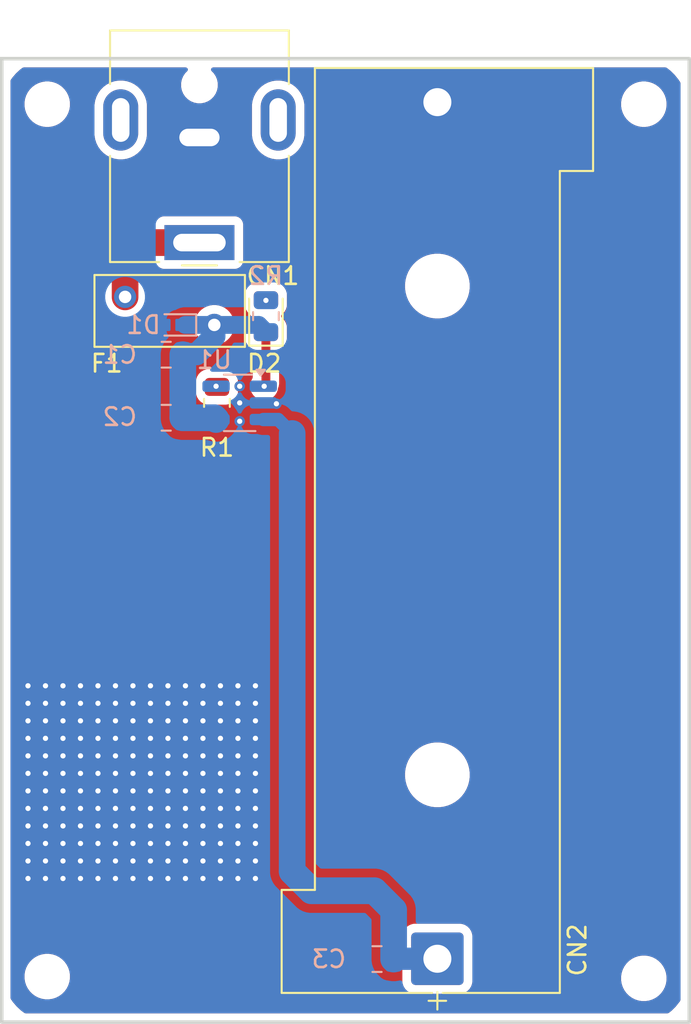
<source format=kicad_pcb>
(kicad_pcb (version 20241229) (generator "pcbnew") (generator_version "9.0")
  (layers (0 "F.Cu" signal) (2 "B.Cu" signal) (13 "F.Paste" user) (15 "B.Paste" user) (5 "F.SilkS" user "F.Silkscreen") (7 "B.SilkS" user "B.Silkscreen") (1 "F.Mask" user) (3 "B.Mask" user) (25 "Edge.Cuts" user))
  (net 0 "")
  (net 1 "+5V")
  (net 2 "GND")
  (net 3 "/BAT+")
  (net 4 "Net-(CN1-Pin_1)")
  (net 5 "Net-(D2-A)")
  (net 6 "Net-(U1-PROG)")
  (net 7 "Net-(D2-K)")
  (footprint "MountingHole:MountingHole_2.1mm" (layer "F.Cu") (at 152.9 70.1)
    (property "Reference" "H4" (hide yes))
    (property "Value" "MountingHole" (hide yes))
    (pad "" np_thru_hole circle (at 0 0) (size 2.1 2.1) (drill 2.1) (layers "*.Cu" "*.Mask"))
  )
  (footprint "LED_SMD:LED_0805_2012Metric" (layer "F.Cu") (at 131.3 82.2 90)
    (property "Reference" "D2" (at -2.7 -0.1 0) (layer "F.SilkS"))
    (property "Value" "CHARGING" (hide yes))
    (fp_line (start 1 -0.96) (end -1.685 -0.96) (stroke (width 0.12)) (layer "F.SilkS"))
    (fp_line (start -1.685 -0.96) (end -1.685 0.96) (stroke (width 0.12)) (layer "F.SilkS"))
    (fp_line (start -1.685 0.96) (end 1 0.96) (stroke (width 0.12)) (layer "F.SilkS"))
    (pad "1" smd roundrect (at -0.9375 0 90) (size 0.975 1.4) (layers "F.Cu" "F.Mask" "F.Paste") (net 7 "Net-(D2-K)"))
    (pad "2" smd roundrect (at 0.9375 0 90) (size 0.975 1.4) (layers "F.Cu" "F.Mask" "F.Paste") (net 5 "Net-(D2-A)"))
  )
  (footprint "Fuse:Fuse_BelFuse_0ZRE0005FF_L8.3mm_W3.8mm" (layer "F.Cu") (at 123.25 81.1)
    (property "Reference" "F1" (at -1.05 3.8 0) (layer "F.SilkS"))
    (property "Value" "Fuse")
    (fp_line (start -1.75 -1.25) (end -1.75 2.85) (stroke (width 0.12)) (layer "F.SilkS"))
    (fp_line (start -1.75 -1.25) (end 6.85 -1.25) (stroke (width 0.12)) (layer "F.SilkS"))
    (fp_line (start -1.75 2.85) (end 6.85 2.85) (stroke (width 0.12)) (layer "F.SilkS"))
    (fp_line (start 6.85 -1.25) (end 6.85 2.85) (stroke (width 0.12)) (layer "F.SilkS"))
    (pad "1" thru_hole circle (at 0 0) (size 1.27 1.27) (drill 0.71) (layers "*.Cu" "*.Mask") (net 4 "Net-(CN1-Pin_1)"))
    (pad "2" thru_hole circle (at 5.1 1.6) (size 1.27 1.27) (drill 0.71) (layers "*.Cu" "*.Mask") (net 1 "+5V"))
  )
  (footprint "Battery:BatteryHolder_Bulgin_BX0034_1xAAA" (layer "F.Cu") (at 141.1 118.8825 90)
    (property "Reference" "CN2" (at 0.5 8 90) (layer "F.SilkS"))
    (property "Value" "Conn_01x02_Pin")
    (fp_line (start 3.93 -8.9) (end -1.95 -8.9) (stroke (width 0.12)) (layer "F.SilkS"))
    (fp_line (start 3.93 -8.9) (end 3.93 -7) (stroke (width 0.12)) (layer "F.SilkS"))
    (fp_line (start 50.85 -7) (end 3.93 -7) (stroke (width 0.12)) (layer "F.SilkS"))
    (fp_line (start 50.85 -7) (end 50.85 8.9) (stroke (width 0.12)) (layer "F.SilkS"))
    (fp_line (start -2.4 -0.5) (end -2.4 0.5) (stroke (width 0.12)) (layer "F.SilkS"))
    (fp_line (start -1.95 -0.3) (end -1.95 -8.9) (stroke (width 0.12)) (layer "F.SilkS"))
    (fp_line (start -1.9 0) (end -2.9 0) (stroke (width 0.12)) (layer "F.SilkS"))
    (fp_line (start -1.95 7) (end -1.95 0.3) (stroke (width 0.12)) (layer "F.SilkS"))
    (fp_line (start -1.95 7) (end 44.97 7) (stroke (width 0.12)) (layer "F.SilkS"))
    (fp_line (start 44.97 8.9) (end 44.97 7) (stroke (width 0.12)) (layer "F.SilkS"))
    (fp_line (start 44.97 8.9) (end 50.85 8.9) (stroke (width 0.12)) (layer "F.SilkS"))
    (pad "" np_thru_hole circle (at 10.5 0 90) (size 3.2 3.2) (drill 3.2) (layers "*.Cu" "*.Mask"))
    (pad "" np_thru_hole circle (at 38.4 0 90) (size 3.2 3.2) (drill 3.2) (layers "*.Cu" "*.Mask"))
    (pad "1" thru_hole roundrect (at 0 0 90) (size 3 3) (drill 1.6) (layers "*.Cu" "*.Mask") (roundrect_rratio 0.08333333333) (net 3 "/BAT+"))
    (pad "2" thru_hole circle (at 48.9 0 90) (size 3 3) (drill 1.6) (layers "*.Cu" "*.Mask") (net 2 "GND"))
  )
  (footprint "Connector_BarrelJack:BarrelJack_CUI_PJ-063AH_Horizontal" (layer "F.Cu") (at 127.5 78 180)
    (property "Reference" "CN1" (at -4.2 -1.9 0) (layer "F.SilkS"))
    (property "Value" "Conn_01x02_Pin")
    (fp_line (start 5.11 12.11) (end -5.11 12.11) (stroke (width 0.12)) (layer "F.SilkS"))
    (fp_line (start 5.11 9.05) (end 5.11 12.11) (stroke (width 0.12)) (layer "F.SilkS"))
    (fp_line (start 5.11 -1.11) (end 5.11 4.95) (stroke (width 0.12)) (layer "F.SilkS"))
    (fp_line (start 2.3 -1.11) (end 5.11 -1.11) (stroke (width 0.12)) (layer "F.SilkS"))
    (fp_line (start -1 -1.3) (end 1 -1.3) (stroke (width 0.12)) (layer "F.SilkS"))
    (fp_line (start -5.11 12.11) (end -5.11 9.05) (stroke (width 0.12)) (layer "F.SilkS"))
    (fp_line (start -5.11 4.95) (end -5.11 -1.11) (stroke (width 0.12)) (layer "F.SilkS"))
    (fp_line (start -5.11 -1.11) (end -2.3 -1.11) (stroke (width 0.12)) (layer "F.SilkS"))
    (pad "" np_thru_hole circle (at 0 9 180) (size 1.6 1.6) (drill 1.6) (layers "*.Cu" "*.Mask"))
    (pad "1" thru_hole rect (at 0 0 180) (size 4 2) (drill oval 3 1) (layers "*.Cu" "*.Mask") (net 4 "Net-(CN1-Pin_1)"))
    (pad "2" thru_hole oval (at 0 6 180) (size 3.3 2) (drill oval 2.3 1) (layers "*.Cu" "*.Mask") (net 2 "GND"))
    (pad "MP" thru_hole oval (at -4.5 7 180) (size 2 3.5) (drill oval 1 2.5) (layers "*.Cu" "*.Mask"))
    (pad "MP" thru_hole oval (at 4.5 7 180) (size 2 3.5) (drill oval 1 2.5) (layers "*.Cu" "*.Mask"))
  )
  (footprint "MountingHole:MountingHole_2.1mm" (layer "F.Cu") (at 118.8 70.1)
    (property "Reference" "H2" (hide yes))
    (property "Value" "MountingHole" (hide yes))
    (pad "" np_thru_hole circle (at 0 0) (size 2.1 2.1) (drill 2.1) (layers "*.Cu" "*.Mask"))
  )
  (footprint "MountingHole:MountingHole_2.1mm" (layer "F.Cu") (at 152.9 120)
    (property "Reference" "H3" (hide yes))
    (property "Value" "MountingHole" (hide yes))
    (pad "" np_thru_hole circle (at 0 0) (size 2.1 2.1) (drill 2.1) (layers "*.Cu" "*.Mask"))
  )
  (footprint "Resistor_SMD:R_0805_2012Metric" (layer "F.Cu") (at 128.5 87.15 -90)
    (property "Reference" "R1" (at 2.55 0 180) (layer "F.SilkS"))
    (property "Value" "2K")
    (fp_line (start -0.227064 0.735) (end 0.227064 0.735) (stroke (width 0.12)) (layer "F.SilkS"))
    (fp_line (start -0.227064 -0.735) (end 0.227064 -0.735) (stroke (width 0.12)) (layer "F.SilkS"))
    (pad "1" smd roundrect (at -0.9125 0 270) (size 1.025 1.4) (layers "F.Cu" "F.Mask" "F.Paste") (roundrect_rratio 0.243902) (net 6 "Net-(U1-PROG)"))
    (pad "2" smd roundrect (at 0.9125 0 270) (size 1.025 1.4) (layers "F.Cu" "F.Mask" "F.Paste") (roundrect_rratio 0.243902) (net 2 "GND"))
  )
  (footprint "MountingHole:MountingHole_2.1mm" (layer "F.Cu") (at 118.8 119.9)
    (property "Reference" "H1" (hide yes))
    (property "Value" "MountingHole" (hide yes))
    (pad "" np_thru_hole circle (at 0 0) (size 2.1 2.1) (drill 2.1) (layers "*.Cu" "*.Mask"))
  )
  (footprint "Capacitor_SMD:C_0805_2012Metric" (layer "B.Cu") (at 137.65 118.9)
    (property "Reference" "C3" (at -2.75 0 0) (layer "B.SilkS") (effects (justify mirror)))
    (property "Value" "4.7uF/16V")
    (fp_line (start -0.261252 -0.735) (end 0.261252 -0.735) (stroke (width 0.12)) (layer "B.SilkS"))
    (fp_line (start -0.261252 0.735) (end 0.261252 0.735) (stroke (width 0.12)) (layer "B.SilkS"))
    (pad "1" smd roundrect (at -0.95 0) (size 1 1.45) (layers "B.Cu" "B.Mask" "B.Paste") (net 2 "GND"))
    (pad "2" smd roundrect (at 0.95 0) (size 1 1.45) (layers "B.Cu" "B.Mask" "B.Paste") (net 3 "/BAT+"))
  )
  (footprint "Capacitor_SMD:C_0805_2012Metric" (layer "B.Cu") (at 125.6 84.4)
    (property "Reference" "C1" (at -2.65 0 0) (layer "B.SilkS") (effects (justify mirror)))
    (property "Value" "10uF/16V")
    (fp_line (start -0.261252 -0.735) (end 0.261252 -0.735) (stroke (width 0.12)) (layer "B.SilkS"))
    (fp_line (start -0.261252 0.735) (end 0.261252 0.735) (stroke (width 0.12)) (layer "B.SilkS"))
    (pad "1" smd roundrect (at -0.95 0) (size 1 1.45) (layers "B.Cu" "B.Mask" "B.Paste") (net 2 "GND"))
    (pad "2" smd roundrect (at 0.95 0) (size 1 1.45) (layers "B.Cu" "B.Mask" "B.Paste") (net 1 "+5V"))
  )
  (footprint "Package_TO_SOT_SMD:SOT-23-5_HandSoldering" (layer "B.Cu") (at 129.8 87.15 180)
    (property "Reference" "U1" (at 1.45 2.45 180) (layer "B.SilkS") (effects (justify mirror)))
    (property "Value" "MCP73831T-2ACI_OT" (hide yes))
    (fp_line (start 0.1 1.61) (end 0.9 1.61) (stroke (width 0.12)) (layer "B.SilkS"))
    (fp_line (start 0.1 1.61) (end -0.7 1.61) (stroke (width 0.12)) (layer "B.SilkS"))
    (fp_line (start -0.9 -1.61) (end 0.9 -1.61) (stroke (width 0.12)) (layer "B.SilkS"))
    (fp_poly (pts (xy -1.2 1.56) (xy -1.44 1.89) (xy -0.96 1.89) (xy -1.2 1.56)) (stroke (width 0.12)) (fill yes) (layer "B.SilkS"))
    (pad "1" smd roundrect (at -1.35 0.95 180) (size 1.56 0.65) (layers "B.Cu" "B.Mask" "B.Paste") (net 7 "Net-(D2-K)"))
    (pad "2" smd roundrect (at -1.35 0 180) (size 1.56 0.65) (layers "B.Cu" "B.Mask" "B.Paste") (net 2 "GND"))
    (pad "3" smd roundrect (at -1.35 -0.95 180) (size 1.56 0.65) (layers "B.Cu" "B.Mask" "B.Paste") (net 3 "/BAT+"))
    (pad "4" smd roundrect (at 1.35 -0.95 180) (size 1.56 0.65) (layers "B.Cu" "B.Mask" "B.Paste") (net 1 "+5V"))
    (pad "5" smd roundrect (at 1.35 0.95 180) (size 1.56 0.65) (layers "B.Cu" "B.Mask" "B.Paste") (net 6 "Net-(U1-PROG)"))
  )
  (footprint "Resistor_SMD:R_0805_2012Metric" (layer "B.Cu") (at 131.3 82.2 90)
    (property "Reference" "R2" (at 2.3 0 0) (layer "B.SilkS") (effects (justify mirror)))
    (property "Value" "470")
    (fp_line (start -0.227064 -0.735) (end 0.227064 -0.735) (stroke (width 0.12)) (layer "B.SilkS"))
    (fp_line (start -0.227064 0.735) (end 0.227064 0.735) (stroke (width 0.12)) (layer "B.SilkS"))
    (pad "1" smd roundrect (at -0.9125 0 90) (size 1.025 1.4) (layers "B.Cu" "B.Mask" "B.Paste") (roundrect_rratio 0.243902) (net 1 "+5V"))
    (pad "2" smd roundrect (at 0.9125 0 90) (size 1.025 1.4) (layers "B.Cu" "B.Mask" "B.Paste") (roundrect_rratio 0.243902) (net 5 "Net-(D2-A)"))
  )
  (footprint "Capacitor_SMD:C_0805_2012Metric" (layer "B.Cu") (at 125.6 88)
    (property "Reference" "C2" (at -2.65 -0.05 0) (layer "B.SilkS") (effects (justify mirror)))
    (property "Value" "4.7uF/16V")
    (fp_line (start -0.261252 -0.735) (end 0.261252 -0.735) (stroke (width 0.12)) (layer "B.SilkS"))
    (fp_line (start -0.261252 0.735) (end 0.261252 0.735) (stroke (width 0.12)) (layer "B.SilkS"))
    (pad "1" smd roundrect (at -0.95 0) (size 1 1.45) (layers "B.Cu" "B.Mask" "B.Paste") (net 2 "GND"))
    (pad "2" smd roundrect (at 0.95 0) (size 1 1.45) (layers "B.Cu" "B.Mask" "B.Paste") (net 1 "+5V"))
  )
  (footprint "Diode_SMD:Nexperia_DSN1608-2_1.6x0.8mm" (layer "B.Cu") (at 126.3 82.7 180)
    (property "Reference" "D1" (at 2 0 0) (layer "B.SilkS") (effects (justify mirror)))
    (property "Value" "PTVS5V0Z1USK" (hide yes))
    (fp_line (start 0.8 0.61) (end -1.015 0.61) (stroke (width 0.12)) (layer "B.SilkS"))
    (fp_line (start -1.015 0.61) (end -1.015 -0.61) (stroke (width 0.12)) (layer "B.SilkS"))
    (fp_line (start -1.015 -0.61) (end 0.8 -0.61) (stroke (width 0.12)) (layer "B.SilkS"))
    (pad "1" smd roundrect (at -0.285 0 180) (size 0.93 0.7) (layers "B.Cu" "B.Mask" "B.Paste") (roundrect_rratio 0.1071428571) (net 1 "+5V"))
    (pad "2" smd roundrect (at 0.6 0 180) (size 0.3 0.7) (layers "B.Cu" "B.Mask" "B.Paste") (net 2 "GND"))
  )
  (gr_rect (start 116.2 67.5) (end 155.5 122.5) (stroke (width 0.2)) (fill no) (layer "Edge.Cuts"))
  (segment (start 127.335 84.365) (end 126.585 84.365) (width 1.27) (layer "B.Cu") (net 1))
  (segment (start 126.55 84.4) (end 126.55 88) (width 1.524) (layer "B.Cu") (net 1))
  (segment (start 128.35 83.35) (end 127.335 84.365) (width 1.27) (layer "B.Cu") (net 1))
  (segment (start 126.585 84.365) (end 126.55 84.4) (width 1.27) (layer "B.Cu") (net 1))
  (segment (start 128.35 82.7) (end 128.35 83.35) (width 1.27) (layer "B.Cu") (net 1))
  (segment (start 128.35 82.7) (end 130.8875 82.7) (width 1.016) (layer "B.Cu") (net 1))
  (segment (start 126.55 88) (end 128.35 88) (width 1.524) (layer "B.Cu") (net 1))
  (segment (start 128.35 88) (end 128.45 88.1) (width 1.524) (layer "B.Cu") (net 1))
  (segment (start 128.35 82.7) (end 126.686 82.7) (width 1.016) (layer "B.Cu") (net 1))
  (segment (start 130.8875 82.7) (end 131.3 83.1125) (width 1.016) (layer "B.Cu") (net 1))
  (via (at 122.7 114.3) (size 0.6) (drill 0.3) (layers "F.Cu" "B.Cu") (net 2))
  (via (at 125.7 104.3) (size 0.6) (drill 0.3) (layers "F.Cu" "B.Cu") (net 2))
  (via (at 123.7 109.3) (size 0.6) (drill 0.3) (layers "F.Cu" "B.Cu") (net 2))
  (via (at 119.7 108.3) (size 0.6) (drill 0.3) (layers "F.Cu" "B.Cu") (net 2))
  (via (at 120.7 113.3) (size 0.6) (drill 0.3) (layers "F.Cu" "B.Cu") (net 2))
  (via (at 130.7 109.3) (size 0.6) (drill 0.3) (layers "F.Cu" "B.Cu") (net 2))
  (via (at 125.7 111.3) (size 0.6) (drill 0.3) (layers "F.Cu" "B.Cu") (net 2))
  (via (at 119.7 112.3) (size 0.6) (drill 0.3) (layers "F.Cu" "B.Cu") (net 2))
  (via (at 126.7 104.3) (size 0.6) (drill 0.3) (layers "F.Cu" "B.Cu") (net 2))
  (via (at 125.7 112.3) (size 0.6) (drill 0.3) (layers "F.Cu" "B.Cu") (net 2))
  (via (at 124.7 103.3) (size 0.6) (drill 0.3) (layers "F.Cu" "B.Cu") (net 2))
  (via (at 127.7 112.3) (size 0.6) (drill 0.3) (layers "F.Cu" "B.Cu") (net 2))
  (via (at 123.7 112.3) (size 0.6) (drill 0.3) (layers "F.Cu" "B.Cu") (net 2))
  (via (at 121.7 107.3) (size 0.6) (drill 0.3) (layers "F.Cu" "B.Cu") (net 2))
  (via (at 130.7 112.3) (size 0.6) (drill 0.3) (layers "F.Cu" "B.Cu") (net 2))
  (via (at 129.7 110.3) (size 0.6) (drill 0.3) (layers "F.Cu" "B.Cu") (net 2))
  (via (at 121.7 114.3) (size 0.6) (drill 0.3) (layers "F.Cu" "B.Cu") (net 2))
  (via (at 118.7 108.3) (size 0.6) (drill 0.3) (layers "F.Cu" "B.Cu") (net 2))
  (via (at 117.7 109.3) (size 0.6) (drill 0.3) (layers "F.Cu" "B.Cu") (net 2))
  (via (at 124.7 112.3) (size 0.6) (drill 0.3) (layers "F.Cu" "B.Cu") (net 2))
  (via (at 118.7 106.3) (size 0.6) (drill 0.3) (layers "F.Cu" "B.Cu") (net 2))
  (via (at 123.7 107.3) (size 0.6) (drill 0.3) (layers "F.Cu" "B.Cu") (net 2))
  (via (at 118.7 113.3) (size 0.6) (drill 0.3) (layers "F.Cu" "B.Cu") (net 2))
  (via (at 129.7 104.3) (size 0.6) (drill 0.3) (layers "F.Cu" "B.Cu") (net 2))
  (via (at 119.7 105.3) (size 0.6) (drill 0.3) (layers "F.Cu" "B.Cu") (net 2))
  (via (at 129.7 109.3) (size 0.6) (drill 0.3) (layers "F.Cu" "B.Cu") (net 2))
  (via (at 124.7 106.3) (size 0.6) (drill 0.3) (layers "F.Cu" "B.Cu") (net 2))
  (via (at 124.7 113.3) (size 0.6) (drill 0.3) (layers "F.Cu" "B.Cu") (net 2))
  (via (at 130.7 111.3) (size 0.6) (drill 0.3) (layers "F.Cu" "B.Cu") (net 2))
  (via (at 117.7 112.3) (size 0.6) (drill 0.3) (layers "F.Cu" "B.Cu") (net 2))
  (via (at 128.7 113.3) (size 0.6) (drill 0.3) (layers "F.Cu" "B.Cu") (net 2))
  (via (at 123.7 105.3) (size 0.6) (drill 0.3) (layers "F.Cu" "B.Cu") (net 2))
  (via (at 123.7 111.3) (size 0.6) (drill 0.3) (layers "F.Cu" "B.Cu") (net 2))
  (via (at 127.7 110.3) (size 0.6) (drill 0.3) (layers "F.Cu" "B.Cu") (net 2))
  (via (at 129.7 114.3) (size 0.6) (drill 0.3) (layers "F.Cu" "B.Cu") (net 2))
  (via (at 119.7 109.3) (size 0.6) (drill 0.3) (layers "F.Cu" "B.Cu") (net 2))
  (via (at 127.7 103.3) (size 0.6) (drill 0.3) (layers "F.Cu" "B.Cu") (net 2))
  (via (at 117.7 105.3) (size 0.6) (drill 0.3) (layers "F.Cu" "B.Cu") (net 2))
  (via (at 122.7 105.3) (size 0.6) (drill 0.3) (layers "F.Cu" "B.Cu") (net 2))
  (via (at 123.7 114.3) (size 0.6) (drill 0.3) (layers "F.Cu" "B.Cu") (net 2))
  (via (at 122.7 110.3) (size 0.6) (drill 0.3) (layers "F.Cu" "B.Cu") (net 2))
  (via (at 121.7 106.3) (size 0.6) (drill 0.3) (layers "F.Cu" "B.Cu") (net 2))
  (via (at 122.7 109.3) (size 0.6) (drill 0.3) (layers "F.Cu" "B.Cu") (net 2))
  (via (at 129.7 112.3) (size 0.6) (drill 0.3) (layers "F.Cu" "B.Cu") (net 2))
  (via (at 120.7 112.3) (size 0.6) (drill 0.3) (layers "F.Cu" "B.Cu") (net 2))
  (via (at 122.7 104.3) (size 0.6) (drill 0.3) (layers "F.Cu" "B.Cu") (net 2))
  (via (at 126.7 108.3) (size 0.6) (drill 0.3) (layers "F.Cu" "B.Cu") (net 2))
  (via (at 124.7 109.3) (size 0.6) (drill 0.3) (layers "F.Cu" "B.Cu") (net 2))
  (via (at 122.7 107.3) (size 0.6) (drill 0.3) (layers "F.Cu" "B.Cu") (net 2))
  (via (at 123.7 106.3) (size 0.6) (drill 0.3) (layers "F.Cu" "B.Cu") (net 2))
  (via (at 119.7 111.3) (size 0.6) (drill 0.3) (layers "F.Cu" "B.Cu") (net 2))
  (via (at 118.7 105.3) (size 0.6) (drill 0.3) (layers "F.Cu" "B.Cu") (net 2))
  (via (at 121.7 103.3) (size 0.6) (drill 0.3) (layers "F.Cu" "B.Cu") (net 2))
  (via (at 120.7 103.3) (size 0.6) (drill 0.3) (layers "F.Cu" "B.Cu") (net 2))
  (via (at 127.7 108.3) (size 0.6) (drill 0.3) (layers "F.Cu" "B.Cu") (net 2))
  (via (at 119.7 106.3) (size 0.6) (drill 0.3) (layers "F.Cu" "B.Cu") (net 2))
  (via (at 118.7 109.3) (size 0.6) (drill 0.3) (layers "F.Cu" "B.Cu") (net 2))
  (via (at 129.7 111.3) (size 0.6) (drill 0.3) (layers "F.Cu" "B.Cu") (net 2))
  (via (at 119.7 107.3) (size 0.6) (drill 0.3) (layers "F.Cu" "B.Cu") (net 2))
  (via (at 126.7 114.3) (size 0.6) (drill 0.3) (layers "F.Cu" "B.Cu") (net 2))
  (via (at 128.7 106.3) (size 0.6) (drill 0.3) (layers "F.Cu" "B.Cu") (net 2))
  (via (at 117.7 114.3) (size 0.6) (drill 0.3) (layers "F.Cu" "B.Cu") (net 2))
  (via (at 119.7 103.3) (size 0.6) (drill 0.3) (layers "F.Cu" "B.Cu") (net 2))
  (via (at 120.7 110.3) (size 0.6) (drill 0.3) (layers "F.Cu" "B.Cu") (net 2))
  (via (at 121.7 104.3) (size 0.6) (drill 0.3) (layers "F.Cu" "B.Cu") (net 2))
  (via (at 118.7 103.3) (size 0.6) (drill 0.3) (layers "F.Cu" "B.Cu") (net 2))
  (via (at 120.7 106.3) (size 0.6) (drill 0.3) (layers "F.Cu" "B.Cu") (net 2))
  (via (at 125.7 107.3) (size 0.6) (drill 0.3) (layers "F.Cu" "B.Cu") (net 2))
  (via (at 123.7 108.3) (size 0.6) (drill 0.3) (layers "F.Cu" "B.Cu") (net 2))
  (via (at 125.7 108.3) (size 0.6) (drill 0.3) (layers "F.Cu" "B.Cu") (net 2))
  (via (at 127.7 106.3) (size 0.6) (drill 0.3) (layers "F.Cu" "B.Cu") (net 2))
  (via (at 125.7 110.3) (size 0.6) (drill 0.3) (layers "F.Cu" "B.Cu") (net 2))
  (via (at 119.7 104.3) (size 0.6) (drill 0.3) (layers "F.Cu" "B.Cu") (net 2))
  (via (at 129.8 87.15) (size 0.6) (drill 0.3) (layers "F.Cu" "B.Cu") (net 2))
  (via (at 126.7 103.3) (size 0.6) (drill 0.3) (layers "F.Cu" "B.Cu") (net 2))
  (via (at 121.7 110.3) (size 0.6) (drill 0.3) (layers "F.Cu" "B.Cu") (net 2))
  (via (at 126.7 109.3) (size 0.6) (drill 0.3) (layers "F.Cu" "B.Cu") (net 2))
  (via (at 124.7 105.3) (size 0.6) (drill 0.3) (layers "F.Cu" "B.Cu") (net 2))
  (via (at 117.7 110.3) (size 0.6) (drill 0.3) (layers "F.Cu" "B.Cu") (net 2))
  (via (at 126.7 111.3) (size 0.6) (drill 0.3) (layers "F.Cu" "B.Cu") (net 2))
  (via (at 122.7 108.3) (size 0.6) (drill 0.3) (layers "F.Cu" "B.Cu") (net 2))
  (via (at 121.7 108.3) (size 0.6) (drill 0.3) (layers "F.Cu" "B.Cu") (net 2))
  (via (at 128.7 111.3) (size 0.6) (drill 0.3) (layers "F.Cu" "B.Cu") (net 2))
  (via (at 122.7 111.3) (size 0.6) (drill 0.3) (layers "F.Cu" "B.Cu") (net 2))
  (via (at 120.7 114.3) (size 0.6) (drill 0.3) (layers "F.Cu" "B.Cu") (net 2))
  (via (at 118.7 114.3) (size 0.6) (drill 0.3) (layers "F.Cu" "B.Cu") (net 2))
  (via (at 129.7 113.3) (size 0.6) (drill 0.3) (layers "F.Cu" "B.Cu") (net 2))
  (via (at 125.7 113.3) (size 0.6) (drill 0.3) (layers "F.Cu" "B.Cu") (net 2))
  (via (at 127.7 104.3) (size 0.6) (drill 0.3) (layers "F.Cu" "B.Cu") (net 2))
  (via (at 128.7 109.3) (size 0.6) (drill 0.3) (layers "F.Cu" "B.Cu") (net 2))
  (via (at 128.7 107.3) (size 0.6) (drill 0.3) (layers "F.Cu" "B.Cu") (net 2))
  (via (at 121.7 109.3) (size 0.6) (drill 0.3) (layers "F.Cu" "B.Cu") (net 2))
  (via (at 120.7 108.3) (size 0.6) (drill 0.3) (layers "F.Cu" "B.Cu") (net 2))
  (via (at 120.7 111.3) (size 0.6) (drill 0.3) (layers "F.Cu" "B.Cu") (net 2))
  (via (at 119.7 113.3) (size 0.6) (drill 0.3) (layers "F.Cu" "B.Cu") (net 2))
  (via (at 117.7 111.3) (size 0.6) (drill 0.3) (layers "F.Cu" "B.Cu") (net 2))
  (via (at 124.7 107.3) (size 0.6) (drill 0.3) (layers "F.Cu" "B.Cu") (net 2))
  (via (at 126.7 106.3) (size 0.6) (drill 0.3) (layers "F.Cu" "B.Cu") (net 2))
  (via (at 120.7 105.3) (size 0.6) (drill 0.3) (layers "F.Cu" "B.Cu") (net 2))
  (via (at 128.7 110.3) (size 0.6) (drill 0.3) (layers "F.Cu" "B.Cu") (net 2))
  (via (at 127.7 109.3) (size 0.6) (drill 0.3) (layers "F.Cu" "B.Cu") (net 2))
  (via (at 117.7 106.3) (size 0.6) (drill 0.3) (layers "F.Cu" "B.Cu") (net 2))
  (via (at 130.7 114.3) (size 0.6) (drill 0.3) (layers "F.Cu" "B.Cu") (net 2))
  (via (at 122.7 103.3) (size 0.6) (drill 0.3) (layers "F.Cu" "B.Cu") (net 2))
  (via (at 129.8 86.2) (size 0.6) (drill 0.3) (layers "F.Cu" "B.Cu") (net 2))
  (via (at 117.7 113.3) (size 0.6) (drill 0.3) (layers "F.Cu" "B.Cu") (net 2))
  (via (at 128.7 108.3) (size 0.6) (drill 0.3) (layers "F.Cu" "B.Cu") (net 2))
  (via (at 130.7 110.3) (size 0.6) (drill 0.3) (layers "F.Cu" "B.Cu") (net 2))
  (via (at 129.8 88.2) (size 0.6) (drill 0.3) (layers "F.Cu" "B.Cu") (net 2))
  (via (at 128.7 114.3) (size 0.6) (drill 0.3) (layers "F.Cu" "B.Cu") (net 2))
  (via (at 130.7 108.3) (size 0.6) (drill 0.3) (layers "F.Cu" "B.Cu") (net 2))
  (via (at 125.7 103.3) (size 0.6) (drill 0.3) (layers "F.Cu" "B.Cu") (net 2))
  (via (at 130.7 103.3) (size 0.6) (drill 0.3) (layers "F.Cu" "B.Cu") (net 2))
  (via (at 122.7 106.3) (size 0.6) (drill 0.3) (layers "F.Cu" "B.Cu") (net 2))
  (via (at 120.7 109.3) (size 0.6) (drill 0.3) (layers "F.Cu" "B.Cu") (net 2))
  (via (at 124.7 104.3) (size 0.6) (drill 0.3) (layers "F.Cu" "B.Cu") (net 2))
  (via (at 128.7 105.3) (size 0.6) (drill 0.3) (layers "F.Cu" "B.Cu") (net 2))
  (via (at 128.7 103.3) (size 0.6) (drill 0.3) (layers "F.Cu" "B.Cu") (net 2))
  (via (at 127.7 113.3) (size 0.6) (drill 0.3) (layers "F.Cu" "B.Cu") (net 2))
  (via (at 123.7 103.3) (size 0.6) (drill 0.3) (layers "F.Cu" "B.Cu") (net 2))
  (via (at 123.7 104.3) (size 0.6) (drill 0.3) (layers "F.Cu" "B.Cu") (net 2))
  (via (at 118.7 111.3) (size 0.6) (drill 0.3) (layers "F.Cu" "B.Cu") (net 2))
  (via (at 129.7 105.3) (size 0.6) (drill 0.3) (layers "F.Cu" "B.Cu") (net 2))
  (via (at 130.7 106.3) (size 0.6) (drill 0.3) (layers "F.Cu" "B.Cu") (net 2))
  (via (at 118.7 104.3) (size 0.6) (drill 0.3) (layers "F.Cu" "B.Cu") (net 2))
  (via (at 123.7 110.3) (size 0.6) (drill 0.3) (layers "F.Cu" "B.Cu") (net 2))
  (via (at 120.7 104.3) (size 0.6) (drill 0.3) (layers "F.Cu" "B.Cu") (net 2))
  (via (at 118.7 110.3) (size 0.6) (drill 0.3) (layers "F.Cu" "B.Cu") (net 2))
  (via (at 117.7 104.3) (size 0.6) (drill 0.3) (layers "F.Cu" "B.Cu") (net 2))
  (via (at 117.7 103.3) (size 0.6) (drill 0.3) (layers "F.Cu" "B.Cu") (net 2))
  (via (at 129.7 108.3) (size 0.6) (drill 0.3) (layers "F.Cu" "B.Cu") (net 2))
  (via (at 128.7 104.3) (size 0.6) (drill 0.3) (layers "F.Cu" "B.Cu") (net 2))
  (via (at 121.7 105.3) (size 0.6) (drill 0.3) (layers "F.Cu" "B.Cu") (net 2))
  (via (at 130.7 105.3) (size 0.6) (drill 0.3) (layers "F.Cu" "B.Cu") (net 2))
  (via (at 126.7 110.3) (size 0.6) (drill 0.3) (layers "F.Cu" "B.Cu") (net 2))
  (via (at 127.7 105.3) (size 0.6) (drill 0.3) (layers "F.Cu" "B.Cu") (net 2))
  (via (at 119.7 114.3) (size 0.6) (drill 0.3) (layers "F.Cu" "B.Cu") (net 2))
  (via (at 124.7 108.3) (size 0.6) (drill 0.3) (layers "F.Cu" "B.Cu") (net 2))
  (via (at 118.7 112.3) (size 0.6) (drill 0.3) (layers "F.Cu" "B.Cu") (net 2))
  (via (at 127.7 107.3) (size 0.6) (drill 0.3) (layers "F.Cu" "B.Cu") (net 2))
  (via (at 126.7 107.3) (size 0.6) (drill 0.3) (layers "F.Cu" "B.Cu") (net 2))
  (via (at 125.7 105.3) (size 0.6) (drill 0.3) (layers "F.Cu" "B.Cu") (net 2))
  (via (at 125.7 106.3) (size 0.6) (drill 0.3) (layers "F.Cu" "B.Cu") (net 2))
  (via (at 129.7 103.3) (size 0.6) (drill 0.3) (layers "F.Cu" "B.Cu") (net 2))
  (via (at 127.7 111.3) (size 0.6) (drill 0.3) (layers "F.Cu" "B.Cu") (net 2))
  (via (at 121.7 112.3) (size 0.6) (drill 0.3) (layers "F.Cu" "B.Cu") (net 2))
  (via (at 117.7 108.3) (size 0.6) (drill 0.3) (layers "F.Cu" "B.Cu") (net 2))
  (via (at 130.7 113.3) (size 0.6) (drill 0.3) (layers "F.Cu" "B.Cu") (net 2))
  (via (at 130.7 104.3) (size 0.6) (drill 0.3) (layers "F.Cu" "B.Cu") (net 2))
  (via (at 125.7 114.3) (size 0.6) (drill 0.3) (layers "F.Cu" "B.Cu") (net 2))
  (via (at 126.7 113.3) (size 0.6) (drill 0.3) (layers "F.Cu" "B.Cu") (net 2))
  (via (at 124.7 110.3) (size 0.6) (drill 0.3) (layers "F.Cu" "B.Cu") (net 2))
  (via (at 117.7 107.3) (size 0.6) (drill 0.3) (layers "F.Cu" "B.Cu") (net 2))
  (via (at 124.7 114.3) (size 0.6) (drill 0.3) (layers "F.Cu" "B.Cu") (net 2))
  (via (at 120.7 107.3) (size 0.6) (drill 0.3) (layers "F.Cu" "B.Cu") (net 2))
  (via (at 121.7 113.3) (size 0.6) (drill 0.3) (layers "F.Cu" "B.Cu") (net 2))
  (via (at 122.7 113.3) (size 0.6) (drill 0.3) (layers "F.Cu" "B.Cu") (net 2))
  (via (at 131.9 87.2) (size 0.6) (drill 0.3) (layers "F.Cu" "B.Cu") (net 2))
  (via (at 123.7 113.3) (size 0.6) (drill 0.3) (layers "F.Cu" "B.Cu") (net 2))
  (via (at 126.7 105.3) (size 0.6) (drill 0.3) (layers "F.Cu" "B.Cu") (net 2))
  (via (at 129.7 107.3) (size 0.6) (drill 0.3) (layers "F.Cu" "B.Cu") (net 2))
  (via (at 130.7 107.3) (size 0.6) (drill 0.3) (layers "F.Cu" "B.Cu") (net 2))
  (via (at 126.7 112.3) (size 0.6) (drill 0.3) (layers "F.Cu" "B.Cu") (net 2))
  (via (at 125.7 109.3) (size 0.6) (drill 0.3) (layers "F.Cu" "B.Cu") (net 2))
  (via (at 118.7 107.3) (size 0.6) (drill 0.3) (layers "F.Cu" "B.Cu") (net 2))
  (via (at 121.7 111.3) (size 0.6) (drill 0.3) (layers "F.Cu" "B.Cu") (net 2))
  (via (at 119.7 110.3) (size 0.6) (drill 0.3) (layers "F.Cu" "B.Cu") (net 2))
  (via (at 128.7 112.3) (size 0.6) (drill 0.3) (layers "F.Cu" "B.Cu") (net 2))
  (via (at 122.7 112.3) (size 0.6) (drill 0.3) (layers "F.Cu" "B.Cu") (net 2))
  (via (at 127.7 114.3) (size 0.6) (drill 0.3) (layers "F.Cu" "B.Cu") (net 2))
  (via (at 124.7 111.3) (size 0.6) (drill 0.3) (layers "F.Cu" "B.Cu") (net 2))
  (via (at 129.7 106.3) (size 0.6) (drill 0.3) (layers "F.Cu" "B.Cu") (net 2))
  (segment (start 138.6 118.9) (end 138.7 118.9) (width 1.27) (layer "B.Cu") (net 3))
  (segment (start 137.5 115) (end 138.6 116.1) (width 1.524) (layer "B.Cu") (net 3))
  (segment (start 132.8 88.9) (end 132.8 89.75) (width 1.524) (layer "B.Cu") (net 3))
  (segment (start 132.8 113.9) (end 133.9 115) (width 1.524) (layer "B.Cu") (net 3))
  (segment (start 132.8 89.75) (end 132.8 113.9) (width 1.524) (layer "B.Cu") (net 3))
  (segment (start 138.6 116.1) (end 138.6 118.9) (width 1.524) (layer "B.Cu") (net 3))
  (segment (start 131.15 88.1) (end 132 88.1) (width 0.762) (layer "B.Cu") (net 3))
  (segment (start 132 88.1) (end 132.8 88.9) (width 0.762) (layer "B.Cu") (net 3))
  (segment (start 133.9 115) (end 137.5 115) (width 1.524) (layer "B.Cu") (net 3))
  (segment (start 138.7175 118.8825) (end 141.1 118.8825) (width 1.27) (layer "B.Cu") (net 3))
  (segment (start 138.7 118.9) (end 138.7175 118.8825) (width 1.27) (layer "B.Cu") (net 3))
  (segment (start 123.25 78.85) (end 123.25 81.1) (width 1.524) (layer "F.Cu") (net 4))
  (segment (start 127.5 78) (end 124.1 78) (width 1.524) (layer "F.Cu") (net 4))
  (segment (start 124.1 78) (end 123.25 78.85) (width 1.524) (layer "F.Cu") (net 4))
  (via (at 131.3 81.3) (size 0.6) (drill 0.3) (layers "F.Cu" "B.Cu") (net 5))
  (segment (start 128.4875 86.2375) (end 128.45 86.2) (width 0.2) (layer "F.Cu") (net 6))
  (segment (start 128.5 86.2375) (end 128.4875 86.2375) (width 0.2) (layer "F.Cu") (net 6))
  (via (at 128.45 86.2) (size 0.6) (drill 0.3) (layers "F.Cu" "B.Cu") (net 6))
  (segment (start 131.2 86.1) (end 131.3 86) (width 0.508) (layer "F.Cu") (net 7))
  (segment (start 131.2 86.2) (end 131.2 86.1) (width 0.508) (layer "F.Cu") (net 7))
  (segment (start 131.3 86) (end 131.3 83.1375) (width 0.508) (layer "F.Cu") (net 7))
  (via (at 131.2 86.2) (size 0.6) (drill 0.3) (layers "F.Cu" "B.Cu") (net 7))
  (segment (start 131.15 86.2) (end 131.2 86.2) (width 0.2) (layer "B.Cu") (net 7))
  (zone (net 2) (net_name "GND") (layers "F.Cu" "B.Cu") (connect_pads yes (clearance 0.5)) (min_thickness 0.25) (fill yes (thermal_gap 0.5) (thermal_bridge_width 0.5) (smoothing fillet) (radius 100))
    (polygon (pts (xy 116.2 69.195238) (xy 117.818182 67.5) (xy 153.83 67.5) (xy 155.5 69.355556) (xy 155.5 120.753602) (xy 153.925972 122.5) (xy 117.913857 122.5) (xy 116.2 120.71787)))
  )
)
</source>
